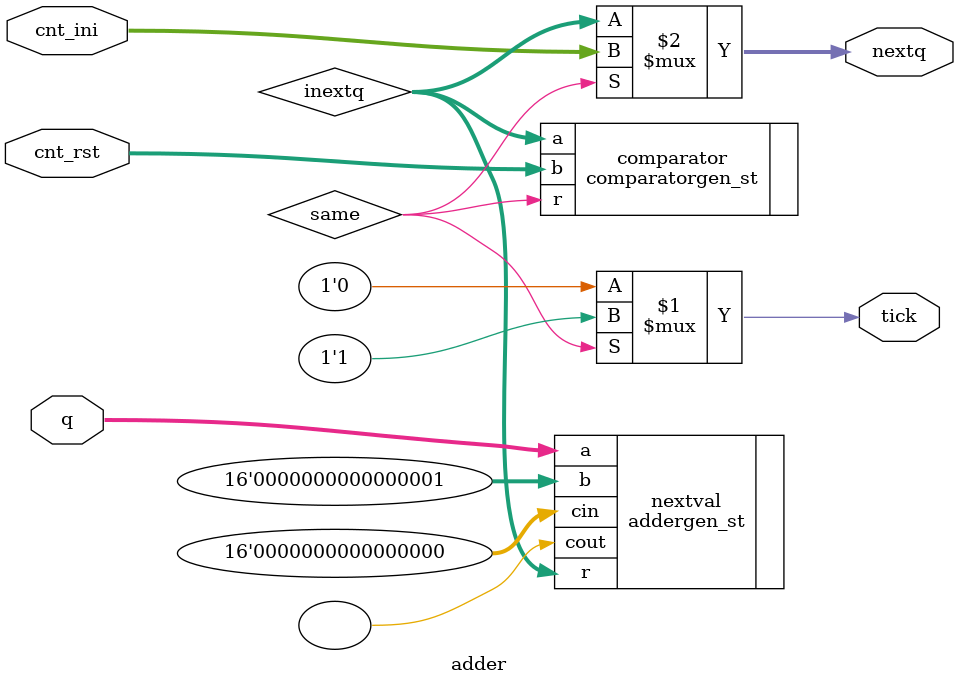
<source format=v>
`timescale 1ns / 1ps
module adder #(parameter NBITS = 16)(
	input [NBITS-1:0] q,
	input [NBITS-1:0] cnt_ini,
	input [NBITS-1:0] cnt_rst,
	output [NBITS-1:0] nextq,
	output tick
    );

wire same;
wire [NBITS-1:0] inextq;

// ---------------
// inextq = q + 1;
// ---------------

addergen_st #(.NBITS(NBITS))
nextval (.r(inextq),					// Next Value
			.cout(),						// Carry out - Don't use
			.a(q),						// Current Value
			.b(16'b0000_0001),		// Plus One
			.cin(16'b0000_0000));	// No carry in
			
// -------------------------------
// Are inextq and cnt_rst equal ?
// -------------------------------
comparatorgen_st #(.NBITS(NBITS))
comparator(
		.r(same),
		.a(inextq),
		.b(cnt_rst));
		
// ----------------------------------------------------------------
// If they are the same produce a tick and set the value for nextq
// ----------------------------------------------------------------
assign tick = (same)? 1'b1 : 1'b0;
assign nextq = (same)? cnt_ini : inextq;

endmodule

</source>
